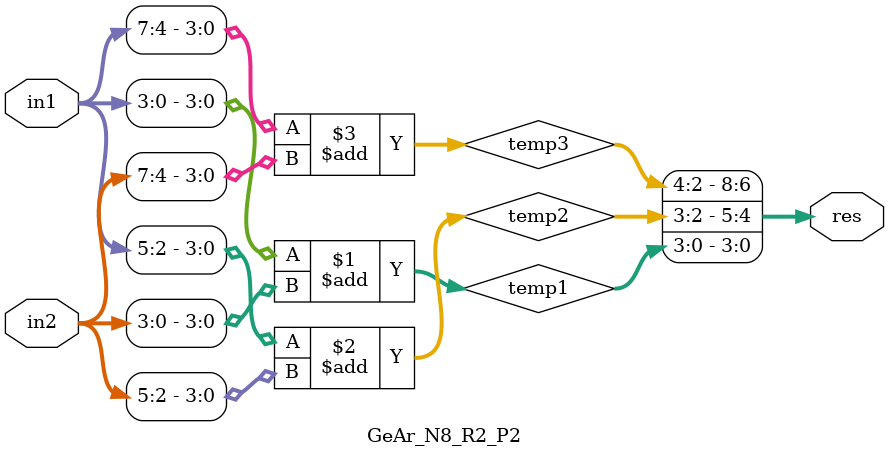
<source format=v>
`timescale 1ns / 1ps
module GeAr_N8_R2_P2(
    input [7:0] in1,
    input [7:0] in2,
    output [8:0] res
    );

wire [4:0] temp1,temp2,temp3;

assign temp1[4:0] = in1[3:0] + in2[3:0];
assign temp2[4:0] = in1[5:2] + in2[5:2];
assign temp3[4:0] = in1[7:4] + in2[7:4];

assign res[8:0] = {temp3[4:2],temp2[3:2],temp1[3:0]};

endmodule

</source>
